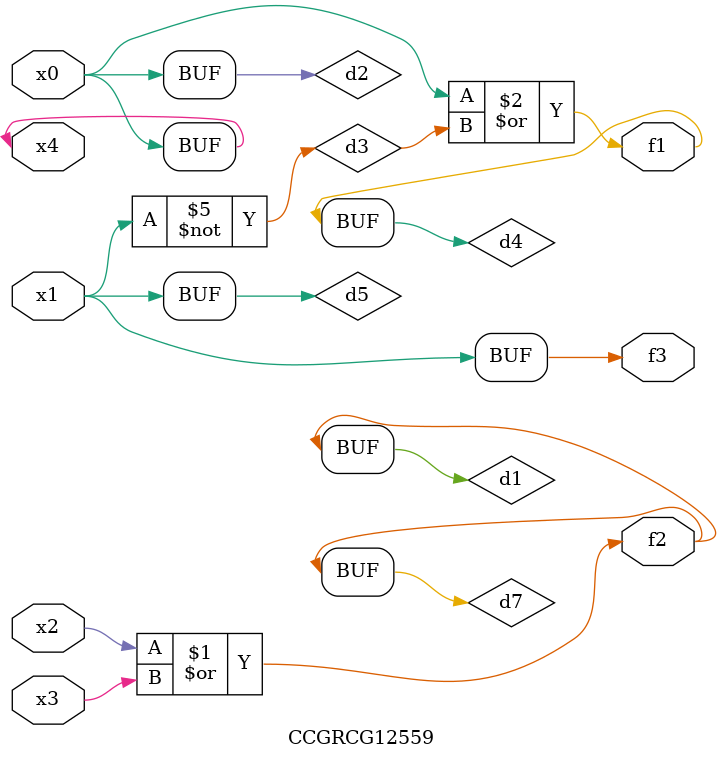
<source format=v>
module CCGRCG12559(
	input x0, x1, x2, x3, x4,
	output f1, f2, f3
);

	wire d1, d2, d3, d4, d5, d6, d7;

	or (d1, x2, x3);
	buf (d2, x0, x4);
	not (d3, x1);
	or (d4, d2, d3);
	not (d5, d3);
	nand (d6, d1, d3);
	or (d7, d1);
	assign f1 = d4;
	assign f2 = d7;
	assign f3 = d5;
endmodule

</source>
